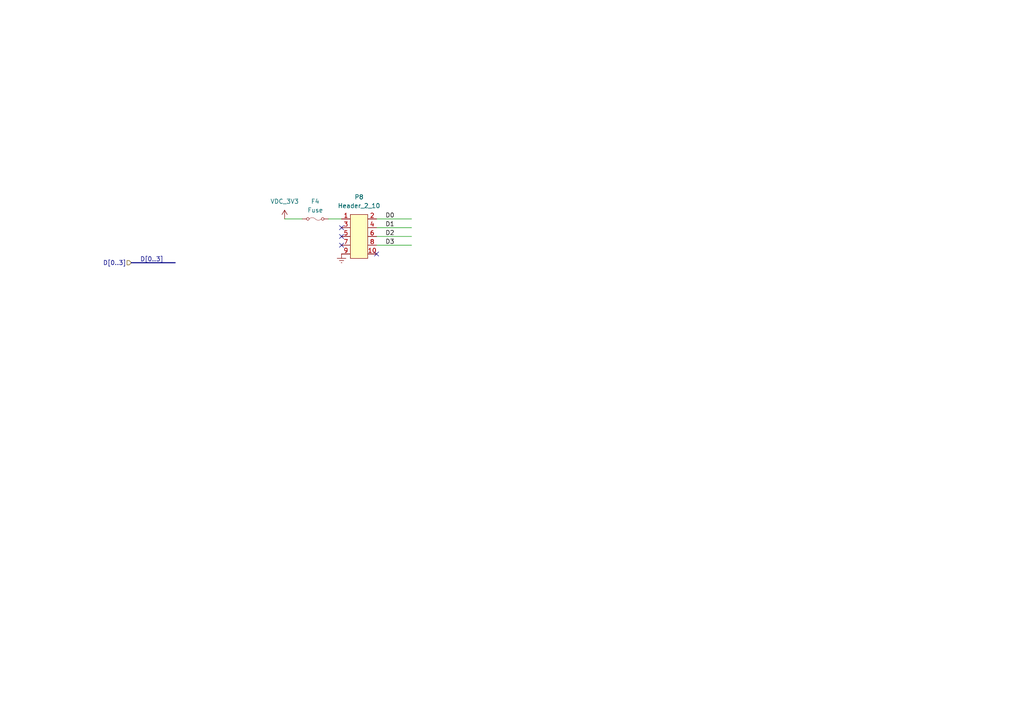
<source format=kicad_sch>
(kicad_sch (version 20231120) (generator "eeschema") (generator_version "8.0")
  (paper "A4")
  (lib_symbols
    (symbol "bh:Fuse" (pin_numbers hide) (pin_names hide)
      (property "Reference" "F" (at 2.54 2.54 0))
      (property "Value" "Fuse" (at 3.81 0 0))
      (symbol "Fuse_0_1"
        (circle (center 0 -2.159) (radius 0.381) (stroke (width 0.127)))
        (arc (start 0 0) (mid -0.3683 -0.889) (end 0 -1.778) (stroke (width 0.0508)))
        (arc (start 0 0) (mid 0.3683 0.889) (end 0 1.778) (stroke (width 0.0508)))
        (circle (center 0 2.159) (radius 0.381) (stroke (width 0.127)))
      )
      (symbol "Fuse_1_1"
        (pin passive line (at 0 3.81 270) (length 1.27) (name "~") (number "1"))
        (pin passive line (at 0 -3.81 90) (length 1.27) (name "~") (number "2"))
      )
    )
    (symbol "bh:GND" (power) (pin_names (offset 0))
      (symbol "GND_0_1"
        (polyline (pts (xy -0.635 -1.905) (xy 0.635 -1.905)))
        (polyline (pts (xy -0.127 -2.54) (xy 0.127 -2.54)))
        (polyline (pts (xy 0 -1.27) (xy 0 0)))
        (polyline (pts (xy 1.27 -1.27) (xy -1.27 -1.27)))
      )
      (symbol "GND_1_1"
        (pin power_in line (at 0 0 90) (length 0) hide (name "GND") (number "1"))
      )
    )
    (symbol "bh:Header_2_10" (pin_names (offset 1.016) hide)
      (property "Reference" "P" (at 0 0 0))
      (property "Value" "Header_2_10" (at 0 0 0))
      (symbol "Header_2_10_0_1"
        (rectangle (start 0 0) (end 5.08 -12.7) (fill (type background)))
      )
      (symbol "Header_2_10_0_2"
        (rectangle (start 0 0) (end 2.54 -25.4) (fill (type background)))
      )
      (symbol "Header_2_10_1_1"
        (pin passive line (at -2.54 -1.27 0) (length 2.54) (name "~") (number "1"))
        (pin passive line (at 7.62 -11.43 180) (length 2.54) (name "~") (number "10"))
        (pin passive line (at 7.62 -1.27 180) (length 2.54) (name "~") (number "2"))
        (pin passive line (at -2.54 -3.81 0) (length 2.54) (name "~") (number "3"))
        (pin passive line (at 7.62 -3.81 180) (length 2.54) (name "~") (number "4"))
        (pin passive line (at -2.54 -6.35 0) (length 2.54) (name "~") (number "5"))
        (pin passive line (at 7.62 -6.35 180) (length 2.54) (name "~") (number "6"))
        (pin passive line (at -2.54 -8.89 0) (length 2.54) (name "~") (number "7"))
        (pin passive line (at 7.62 -8.89 180) (length 2.54) (name "~") (number "8"))
        (pin passive line (at -2.54 -11.43 0) (length 2.54) (name "~") (number "9"))
      )
      (symbol "Header_2_10_1_2"
        (pin passive line (at -2.54 -1.27 0) (length 2.54) (name "~") (number "1"))
        (pin passive line (at -2.54 -24.13 0) (length 2.54) (name "~") (number "10"))
        (pin passive line (at -2.54 -3.81 0) (length 2.54) (name "~") (number "2"))
        (pin passive line (at -2.54 -6.35 0) (length 2.54) (name "~") (number "3"))
        (pin passive line (at -2.54 -8.89 0) (length 2.54) (name "~") (number "4"))
        (pin passive line (at -2.54 -11.43 0) (length 2.54) (name "~") (number "5"))
        (pin passive line (at -2.54 -13.97 0) (length 2.54) (name "~") (number "6"))
        (pin passive line (at -2.54 -16.51 0) (length 2.54) (name "~") (number "7"))
        (pin passive line (at -2.54 -19.05 0) (length 2.54) (name "~") (number "8"))
        (pin passive line (at -2.54 -21.59 0) (length 2.54) (name "~") (number "9"))
      )
    )
    (symbol "bh:VDC_3V3" (power) (pin_names (offset 0))
      (property "Value" "VDC_3V3" (at 0 3.556 0))
      (symbol "VDC_3V3_0_1"
        (polyline (pts (xy -0.762 1.27) (xy 0 2.54)))
        (polyline (pts (xy 0 0) (xy 0 2.54)))
        (polyline (pts (xy 0 2.54) (xy 0.762 1.27)))
      )
      (symbol "VDC_3V3_1_1"
        (pin power_in line (at 0 0 90) (length 0) hide (name "VDC_3V3") (number "1"))
      )
    )
  )
  (no_connect (at 109.22 73.66))
  (no_connect (at 99.06 66.04))
  (no_connect (at 99.06 71.12))
  (no_connect (at 99.06 68.58))
  (wire (pts (xy 109.22 71.12) (xy 119.38 71.12)))
  (wire (pts (xy 109.22 63.5) (xy 119.38 63.5)))
  (wire (pts (xy 109.22 68.58) (xy 119.38 68.58)))
  (wire (pts (xy 95.25 63.5) (xy 99.06 63.5)))
  (wire (pts (xy 109.22 66.04) (xy 119.38 66.04)))
  (wire (pts (xy 82.55 63.5) (xy 87.63 63.5)))
  (bus (pts (xy 38.1 76.2) (xy 50.8 76.2)))
  (label "D2" (at 111.76 68.58 0))
  (label "D1" (at 111.76 66.04 0))
  (label "D0" (at 111.76 63.5 0))
  (label "D3" (at 111.76 71.12 0))
  (label "D[0..3]" (at 40.64 76.2 0))
  (hierarchical_label "D[0..3]" (shape input) (at 38.1 76.2 180))
  (symbol (lib_id "bh:GND") (at 99.06 73.66 0) (unit 1)
    (property "Reference" "#PWR032" (effects (hide yes)))
    (property "Value" "GND" (effects (hide yes)))
    (property "Description" "Power Symbol" (effects (hide yes)))
    (instances (project "pluto_shield" (path "" (reference "#PWR036") (unit 1)) (path "" (reference "#PWR032") (unit 1)) (path "" (reference "#PWR034") (unit 1)) (path "" (reference "#PWR030") (unit 1))))
  )
  (symbol (lib_id "bh:Fuse") (at 91.44 63.5 90) (unit 1)
    (property "Reference" "F2" (at 91.44 58.42 90))
    (property "Value" "Fuse" (at 91.44 60.96 90))
    (property "Description" "Fuse" (effects (hide yes)))
    (instances (project "pluto_shield" (path "" (reference "F4") (unit 1)) (path "" (reference "F2") (unit 1)) (path "" (reference "F3") (unit 1)) (path "" (reference "F1") (unit 1))))
  )
  (symbol (lib_id "bh:Header_2_10") (at 101.6 62.23 0) (unit 1)
    (property "Reference" "P6" (at 104.14 57.15 0))
    (property "Value" "Header_2_10" (at 104.14 59.69 0))
    (property "Footprint" "common:PinHeader_2x05_P1.27mm_Vertical-Samtec_FTSH-105-01-F-DV-K-A" (effects (hide yes)))
    (property "Description" "Header, 2x5" (effects (hide yes)))
    (property "mfr" "Samtec, Inc." (effects (hide yes)))
    (property "mpn" "TSW-105-05-G-D" (effects (hide yes)))
    (property "Supplier" "Samtec, Inc" (effects (hide yes)))
    (property "SupplierPartNumber" "TSW-105-05-G-D" (effects (hide yes)))
    (instances (project "pluto_shield" (path "" (reference "P8") (unit 1)) (path "" (reference "P6") (unit 1)) (path "" (reference "P7") (unit 1)) (path "" (reference "P5") (unit 1))))
  )
  (symbol (lib_id "bh:VDC_3V3") (at 82.55 63.5 0) (unit 1)
    (property "Reference" "#PWR031" (effects (hide yes)))
    (property "Value" "VDC_3V3" (at 82.55 58.42 0))
    (property "Description" "Power Symbol" (effects (hide yes)))
    (instances (project "pluto_shield" (path "" (reference "#PWR035") (unit 1)) (path "" (reference "#PWR031") (unit 1)) (path "" (reference "#PWR033") (unit 1)) (path "" (reference "#PWR012") (unit 1))))
  )
)
</source>
